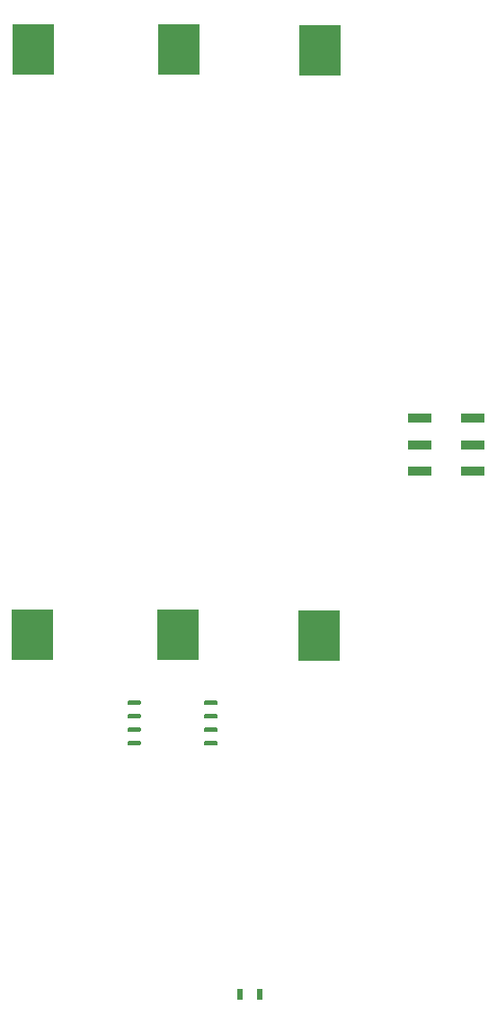
<source format=gbp>
G04 #@! TF.GenerationSoftware,KiCad,Pcbnew,5.1.5-52549c5~84~ubuntu19.10.1*
G04 #@! TF.CreationDate,2020-03-20T23:31:44-07:00*
G04 #@! TF.ProjectId,hw3-jason_bourne,6877332d-6a61-4736-9f6e-5f626f75726e,rev?*
G04 #@! TF.SameCoordinates,Original*
G04 #@! TF.FileFunction,Paste,Bot*
G04 #@! TF.FilePolarity,Positive*
%FSLAX46Y46*%
G04 Gerber Fmt 4.6, Leading zero omitted, Abs format (unit mm)*
G04 Created by KiCad (PCBNEW 5.1.5-52549c5~84~ubuntu19.10.1) date 2020-03-20 23:31:44*
%MOMM*%
%LPD*%
G04 APERTURE LIST*
%ADD10R,3.860800X4.826000*%
%ADD11C,0.100000*%
%ADD12R,0.532000X0.988000*%
%ADD13R,2.280000X0.912000*%
G04 APERTURE END LIST*
D10*
X90500000Y-162570000D03*
X90600000Y-107430000D03*
X76900000Y-107430000D03*
X76800000Y-162570000D03*
X103900000Y-107510000D03*
X103800000Y-162650000D03*
D11*
G36*
X86905174Y-168717549D02*
G01*
X86916240Y-168719190D01*
X86927092Y-168721909D01*
X86937626Y-168725678D01*
X86947739Y-168730461D01*
X86957335Y-168736212D01*
X86966321Y-168742877D01*
X86974610Y-168750390D01*
X86982123Y-168758679D01*
X86988788Y-168767665D01*
X86994539Y-168777261D01*
X86999322Y-168787374D01*
X87003091Y-168797908D01*
X87005810Y-168808760D01*
X87007451Y-168819826D01*
X87008000Y-168831000D01*
X87008000Y-169059000D01*
X87007451Y-169070174D01*
X87005810Y-169081240D01*
X87003091Y-169092092D01*
X86999322Y-169102626D01*
X86994539Y-169112739D01*
X86988788Y-169122335D01*
X86982123Y-169131321D01*
X86974610Y-169139610D01*
X86966321Y-169147123D01*
X86957335Y-169153788D01*
X86947739Y-169159539D01*
X86937626Y-169164322D01*
X86927092Y-169168091D01*
X86916240Y-169170810D01*
X86905174Y-169172451D01*
X86894000Y-169173000D01*
X85906000Y-169173000D01*
X85894826Y-169172451D01*
X85883760Y-169170810D01*
X85872908Y-169168091D01*
X85862374Y-169164322D01*
X85852261Y-169159539D01*
X85842665Y-169153788D01*
X85833679Y-169147123D01*
X85825390Y-169139610D01*
X85817877Y-169131321D01*
X85811212Y-169122335D01*
X85805461Y-169112739D01*
X85800678Y-169102626D01*
X85796909Y-169092092D01*
X85794190Y-169081240D01*
X85792549Y-169070174D01*
X85792000Y-169059000D01*
X85792000Y-168831000D01*
X85792549Y-168819826D01*
X85794190Y-168808760D01*
X85796909Y-168797908D01*
X85800678Y-168787374D01*
X85805461Y-168777261D01*
X85811212Y-168767665D01*
X85817877Y-168758679D01*
X85825390Y-168750390D01*
X85833679Y-168742877D01*
X85842665Y-168736212D01*
X85852261Y-168730461D01*
X85862374Y-168725678D01*
X85872908Y-168721909D01*
X85883760Y-168719190D01*
X85894826Y-168717549D01*
X85906000Y-168717000D01*
X86894000Y-168717000D01*
X86905174Y-168717549D01*
G37*
G36*
X86905174Y-169987549D02*
G01*
X86916240Y-169989190D01*
X86927092Y-169991909D01*
X86937626Y-169995678D01*
X86947739Y-170000461D01*
X86957335Y-170006212D01*
X86966321Y-170012877D01*
X86974610Y-170020390D01*
X86982123Y-170028679D01*
X86988788Y-170037665D01*
X86994539Y-170047261D01*
X86999322Y-170057374D01*
X87003091Y-170067908D01*
X87005810Y-170078760D01*
X87007451Y-170089826D01*
X87008000Y-170101000D01*
X87008000Y-170329000D01*
X87007451Y-170340174D01*
X87005810Y-170351240D01*
X87003091Y-170362092D01*
X86999322Y-170372626D01*
X86994539Y-170382739D01*
X86988788Y-170392335D01*
X86982123Y-170401321D01*
X86974610Y-170409610D01*
X86966321Y-170417123D01*
X86957335Y-170423788D01*
X86947739Y-170429539D01*
X86937626Y-170434322D01*
X86927092Y-170438091D01*
X86916240Y-170440810D01*
X86905174Y-170442451D01*
X86894000Y-170443000D01*
X85906000Y-170443000D01*
X85894826Y-170442451D01*
X85883760Y-170440810D01*
X85872908Y-170438091D01*
X85862374Y-170434322D01*
X85852261Y-170429539D01*
X85842665Y-170423788D01*
X85833679Y-170417123D01*
X85825390Y-170409610D01*
X85817877Y-170401321D01*
X85811212Y-170392335D01*
X85805461Y-170382739D01*
X85800678Y-170372626D01*
X85796909Y-170362092D01*
X85794190Y-170351240D01*
X85792549Y-170340174D01*
X85792000Y-170329000D01*
X85792000Y-170101000D01*
X85792549Y-170089826D01*
X85794190Y-170078760D01*
X85796909Y-170067908D01*
X85800678Y-170057374D01*
X85805461Y-170047261D01*
X85811212Y-170037665D01*
X85817877Y-170028679D01*
X85825390Y-170020390D01*
X85833679Y-170012877D01*
X85842665Y-170006212D01*
X85852261Y-170000461D01*
X85862374Y-169995678D01*
X85872908Y-169991909D01*
X85883760Y-169989190D01*
X85894826Y-169987549D01*
X85906000Y-169987000D01*
X86894000Y-169987000D01*
X86905174Y-169987549D01*
G37*
G36*
X86905174Y-171257549D02*
G01*
X86916240Y-171259190D01*
X86927092Y-171261909D01*
X86937626Y-171265678D01*
X86947739Y-171270461D01*
X86957335Y-171276212D01*
X86966321Y-171282877D01*
X86974610Y-171290390D01*
X86982123Y-171298679D01*
X86988788Y-171307665D01*
X86994539Y-171317261D01*
X86999322Y-171327374D01*
X87003091Y-171337908D01*
X87005810Y-171348760D01*
X87007451Y-171359826D01*
X87008000Y-171371000D01*
X87008000Y-171599000D01*
X87007451Y-171610174D01*
X87005810Y-171621240D01*
X87003091Y-171632092D01*
X86999322Y-171642626D01*
X86994539Y-171652739D01*
X86988788Y-171662335D01*
X86982123Y-171671321D01*
X86974610Y-171679610D01*
X86966321Y-171687123D01*
X86957335Y-171693788D01*
X86947739Y-171699539D01*
X86937626Y-171704322D01*
X86927092Y-171708091D01*
X86916240Y-171710810D01*
X86905174Y-171712451D01*
X86894000Y-171713000D01*
X85906000Y-171713000D01*
X85894826Y-171712451D01*
X85883760Y-171710810D01*
X85872908Y-171708091D01*
X85862374Y-171704322D01*
X85852261Y-171699539D01*
X85842665Y-171693788D01*
X85833679Y-171687123D01*
X85825390Y-171679610D01*
X85817877Y-171671321D01*
X85811212Y-171662335D01*
X85805461Y-171652739D01*
X85800678Y-171642626D01*
X85796909Y-171632092D01*
X85794190Y-171621240D01*
X85792549Y-171610174D01*
X85792000Y-171599000D01*
X85792000Y-171371000D01*
X85792549Y-171359826D01*
X85794190Y-171348760D01*
X85796909Y-171337908D01*
X85800678Y-171327374D01*
X85805461Y-171317261D01*
X85811212Y-171307665D01*
X85817877Y-171298679D01*
X85825390Y-171290390D01*
X85833679Y-171282877D01*
X85842665Y-171276212D01*
X85852261Y-171270461D01*
X85862374Y-171265678D01*
X85872908Y-171261909D01*
X85883760Y-171259190D01*
X85894826Y-171257549D01*
X85906000Y-171257000D01*
X86894000Y-171257000D01*
X86905174Y-171257549D01*
G37*
G36*
X86905174Y-172527549D02*
G01*
X86916240Y-172529190D01*
X86927092Y-172531909D01*
X86937626Y-172535678D01*
X86947739Y-172540461D01*
X86957335Y-172546212D01*
X86966321Y-172552877D01*
X86974610Y-172560390D01*
X86982123Y-172568679D01*
X86988788Y-172577665D01*
X86994539Y-172587261D01*
X86999322Y-172597374D01*
X87003091Y-172607908D01*
X87005810Y-172618760D01*
X87007451Y-172629826D01*
X87008000Y-172641000D01*
X87008000Y-172869000D01*
X87007451Y-172880174D01*
X87005810Y-172891240D01*
X87003091Y-172902092D01*
X86999322Y-172912626D01*
X86994539Y-172922739D01*
X86988788Y-172932335D01*
X86982123Y-172941321D01*
X86974610Y-172949610D01*
X86966321Y-172957123D01*
X86957335Y-172963788D01*
X86947739Y-172969539D01*
X86937626Y-172974322D01*
X86927092Y-172978091D01*
X86916240Y-172980810D01*
X86905174Y-172982451D01*
X86894000Y-172983000D01*
X85906000Y-172983000D01*
X85894826Y-172982451D01*
X85883760Y-172980810D01*
X85872908Y-172978091D01*
X85862374Y-172974322D01*
X85852261Y-172969539D01*
X85842665Y-172963788D01*
X85833679Y-172957123D01*
X85825390Y-172949610D01*
X85817877Y-172941321D01*
X85811212Y-172932335D01*
X85805461Y-172922739D01*
X85800678Y-172912626D01*
X85796909Y-172902092D01*
X85794190Y-172891240D01*
X85792549Y-172880174D01*
X85792000Y-172869000D01*
X85792000Y-172641000D01*
X85792549Y-172629826D01*
X85794190Y-172618760D01*
X85796909Y-172607908D01*
X85800678Y-172597374D01*
X85805461Y-172587261D01*
X85811212Y-172577665D01*
X85817877Y-172568679D01*
X85825390Y-172560390D01*
X85833679Y-172552877D01*
X85842665Y-172546212D01*
X85852261Y-172540461D01*
X85862374Y-172535678D01*
X85872908Y-172531909D01*
X85883760Y-172529190D01*
X85894826Y-172527549D01*
X85906000Y-172527000D01*
X86894000Y-172527000D01*
X86905174Y-172527549D01*
G37*
G36*
X94105174Y-172527549D02*
G01*
X94116240Y-172529190D01*
X94127092Y-172531909D01*
X94137626Y-172535678D01*
X94147739Y-172540461D01*
X94157335Y-172546212D01*
X94166321Y-172552877D01*
X94174610Y-172560390D01*
X94182123Y-172568679D01*
X94188788Y-172577665D01*
X94194539Y-172587261D01*
X94199322Y-172597374D01*
X94203091Y-172607908D01*
X94205810Y-172618760D01*
X94207451Y-172629826D01*
X94208000Y-172641000D01*
X94208000Y-172869000D01*
X94207451Y-172880174D01*
X94205810Y-172891240D01*
X94203091Y-172902092D01*
X94199322Y-172912626D01*
X94194539Y-172922739D01*
X94188788Y-172932335D01*
X94182123Y-172941321D01*
X94174610Y-172949610D01*
X94166321Y-172957123D01*
X94157335Y-172963788D01*
X94147739Y-172969539D01*
X94137626Y-172974322D01*
X94127092Y-172978091D01*
X94116240Y-172980810D01*
X94105174Y-172982451D01*
X94094000Y-172983000D01*
X93106000Y-172983000D01*
X93094826Y-172982451D01*
X93083760Y-172980810D01*
X93072908Y-172978091D01*
X93062374Y-172974322D01*
X93052261Y-172969539D01*
X93042665Y-172963788D01*
X93033679Y-172957123D01*
X93025390Y-172949610D01*
X93017877Y-172941321D01*
X93011212Y-172932335D01*
X93005461Y-172922739D01*
X93000678Y-172912626D01*
X92996909Y-172902092D01*
X92994190Y-172891240D01*
X92992549Y-172880174D01*
X92992000Y-172869000D01*
X92992000Y-172641000D01*
X92992549Y-172629826D01*
X92994190Y-172618760D01*
X92996909Y-172607908D01*
X93000678Y-172597374D01*
X93005461Y-172587261D01*
X93011212Y-172577665D01*
X93017877Y-172568679D01*
X93025390Y-172560390D01*
X93033679Y-172552877D01*
X93042665Y-172546212D01*
X93052261Y-172540461D01*
X93062374Y-172535678D01*
X93072908Y-172531909D01*
X93083760Y-172529190D01*
X93094826Y-172527549D01*
X93106000Y-172527000D01*
X94094000Y-172527000D01*
X94105174Y-172527549D01*
G37*
G36*
X94105174Y-171257549D02*
G01*
X94116240Y-171259190D01*
X94127092Y-171261909D01*
X94137626Y-171265678D01*
X94147739Y-171270461D01*
X94157335Y-171276212D01*
X94166321Y-171282877D01*
X94174610Y-171290390D01*
X94182123Y-171298679D01*
X94188788Y-171307665D01*
X94194539Y-171317261D01*
X94199322Y-171327374D01*
X94203091Y-171337908D01*
X94205810Y-171348760D01*
X94207451Y-171359826D01*
X94208000Y-171371000D01*
X94208000Y-171599000D01*
X94207451Y-171610174D01*
X94205810Y-171621240D01*
X94203091Y-171632092D01*
X94199322Y-171642626D01*
X94194539Y-171652739D01*
X94188788Y-171662335D01*
X94182123Y-171671321D01*
X94174610Y-171679610D01*
X94166321Y-171687123D01*
X94157335Y-171693788D01*
X94147739Y-171699539D01*
X94137626Y-171704322D01*
X94127092Y-171708091D01*
X94116240Y-171710810D01*
X94105174Y-171712451D01*
X94094000Y-171713000D01*
X93106000Y-171713000D01*
X93094826Y-171712451D01*
X93083760Y-171710810D01*
X93072908Y-171708091D01*
X93062374Y-171704322D01*
X93052261Y-171699539D01*
X93042665Y-171693788D01*
X93033679Y-171687123D01*
X93025390Y-171679610D01*
X93017877Y-171671321D01*
X93011212Y-171662335D01*
X93005461Y-171652739D01*
X93000678Y-171642626D01*
X92996909Y-171632092D01*
X92994190Y-171621240D01*
X92992549Y-171610174D01*
X92992000Y-171599000D01*
X92992000Y-171371000D01*
X92992549Y-171359826D01*
X92994190Y-171348760D01*
X92996909Y-171337908D01*
X93000678Y-171327374D01*
X93005461Y-171317261D01*
X93011212Y-171307665D01*
X93017877Y-171298679D01*
X93025390Y-171290390D01*
X93033679Y-171282877D01*
X93042665Y-171276212D01*
X93052261Y-171270461D01*
X93062374Y-171265678D01*
X93072908Y-171261909D01*
X93083760Y-171259190D01*
X93094826Y-171257549D01*
X93106000Y-171257000D01*
X94094000Y-171257000D01*
X94105174Y-171257549D01*
G37*
G36*
X94105174Y-169987549D02*
G01*
X94116240Y-169989190D01*
X94127092Y-169991909D01*
X94137626Y-169995678D01*
X94147739Y-170000461D01*
X94157335Y-170006212D01*
X94166321Y-170012877D01*
X94174610Y-170020390D01*
X94182123Y-170028679D01*
X94188788Y-170037665D01*
X94194539Y-170047261D01*
X94199322Y-170057374D01*
X94203091Y-170067908D01*
X94205810Y-170078760D01*
X94207451Y-170089826D01*
X94208000Y-170101000D01*
X94208000Y-170329000D01*
X94207451Y-170340174D01*
X94205810Y-170351240D01*
X94203091Y-170362092D01*
X94199322Y-170372626D01*
X94194539Y-170382739D01*
X94188788Y-170392335D01*
X94182123Y-170401321D01*
X94174610Y-170409610D01*
X94166321Y-170417123D01*
X94157335Y-170423788D01*
X94147739Y-170429539D01*
X94137626Y-170434322D01*
X94127092Y-170438091D01*
X94116240Y-170440810D01*
X94105174Y-170442451D01*
X94094000Y-170443000D01*
X93106000Y-170443000D01*
X93094826Y-170442451D01*
X93083760Y-170440810D01*
X93072908Y-170438091D01*
X93062374Y-170434322D01*
X93052261Y-170429539D01*
X93042665Y-170423788D01*
X93033679Y-170417123D01*
X93025390Y-170409610D01*
X93017877Y-170401321D01*
X93011212Y-170392335D01*
X93005461Y-170382739D01*
X93000678Y-170372626D01*
X92996909Y-170362092D01*
X92994190Y-170351240D01*
X92992549Y-170340174D01*
X92992000Y-170329000D01*
X92992000Y-170101000D01*
X92992549Y-170089826D01*
X92994190Y-170078760D01*
X92996909Y-170067908D01*
X93000678Y-170057374D01*
X93005461Y-170047261D01*
X93011212Y-170037665D01*
X93017877Y-170028679D01*
X93025390Y-170020390D01*
X93033679Y-170012877D01*
X93042665Y-170006212D01*
X93052261Y-170000461D01*
X93062374Y-169995678D01*
X93072908Y-169991909D01*
X93083760Y-169989190D01*
X93094826Y-169987549D01*
X93106000Y-169987000D01*
X94094000Y-169987000D01*
X94105174Y-169987549D01*
G37*
G36*
X94105174Y-168717549D02*
G01*
X94116240Y-168719190D01*
X94127092Y-168721909D01*
X94137626Y-168725678D01*
X94147739Y-168730461D01*
X94157335Y-168736212D01*
X94166321Y-168742877D01*
X94174610Y-168750390D01*
X94182123Y-168758679D01*
X94188788Y-168767665D01*
X94194539Y-168777261D01*
X94199322Y-168787374D01*
X94203091Y-168797908D01*
X94205810Y-168808760D01*
X94207451Y-168819826D01*
X94208000Y-168831000D01*
X94208000Y-169059000D01*
X94207451Y-169070174D01*
X94205810Y-169081240D01*
X94203091Y-169092092D01*
X94199322Y-169102626D01*
X94194539Y-169112739D01*
X94188788Y-169122335D01*
X94182123Y-169131321D01*
X94174610Y-169139610D01*
X94166321Y-169147123D01*
X94157335Y-169153788D01*
X94147739Y-169159539D01*
X94137626Y-169164322D01*
X94127092Y-169168091D01*
X94116240Y-169170810D01*
X94105174Y-169172451D01*
X94094000Y-169173000D01*
X93106000Y-169173000D01*
X93094826Y-169172451D01*
X93083760Y-169170810D01*
X93072908Y-169168091D01*
X93062374Y-169164322D01*
X93052261Y-169159539D01*
X93042665Y-169153788D01*
X93033679Y-169147123D01*
X93025390Y-169139610D01*
X93017877Y-169131321D01*
X93011212Y-169122335D01*
X93005461Y-169112739D01*
X93000678Y-169102626D01*
X92996909Y-169092092D01*
X92994190Y-169081240D01*
X92992549Y-169070174D01*
X92992000Y-169059000D01*
X92992000Y-168831000D01*
X92992549Y-168819826D01*
X92994190Y-168808760D01*
X92996909Y-168797908D01*
X93000678Y-168787374D01*
X93005461Y-168777261D01*
X93011212Y-168767665D01*
X93017877Y-168758679D01*
X93025390Y-168750390D01*
X93033679Y-168742877D01*
X93042665Y-168736212D01*
X93052261Y-168730461D01*
X93062374Y-168725678D01*
X93072908Y-168721909D01*
X93083760Y-168719190D01*
X93094826Y-168717549D01*
X93106000Y-168717000D01*
X94094000Y-168717000D01*
X94105174Y-168717549D01*
G37*
D12*
X96350001Y-196400000D03*
X98249999Y-196400000D03*
D13*
X113300000Y-142150000D03*
X113300000Y-144650000D03*
X118300000Y-142150000D03*
X118300000Y-147150000D03*
X118300000Y-144650000D03*
X113300000Y-147150000D03*
M02*

</source>
